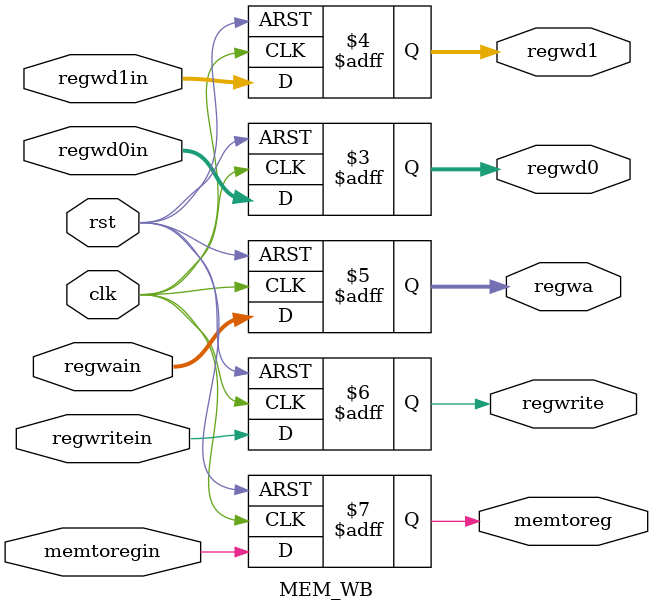
<source format=v>
`timescale 1ns / 1ps


module MEM_WB(
    input [31:0] regwd0in,
    input [31:0] regwd1in,
    input [4:0] regwain,
    input regwritein,
    input memtoregin,
    input clk,
    input rst,
    output reg [31:0] regwd0,
    output reg [31:0] regwd1,
    output reg [4:0] regwa,
    output reg regwrite,
    output reg memtoreg
    );
    initial
    begin
        regwd0 = 0;
        regwd1 = 0;
        regwa = 0;
        regwrite = 0;
        memtoreg = 0;
    end
    always @ (posedge clk or posedge rst)
    if(rst)
    begin
        regwd0 <= 0;
        regwd1 <= 0;
        regwa <= 0;
        regwrite <= 0;
        memtoreg <= 0;
    end
    else
    begin
        regwd0 <= regwd0in;
        regwd1 <= regwd1in;
        regwa <= regwain;
        regwrite <= regwritein;
        memtoreg <= memtoregin;
    end
endmodule

</source>
